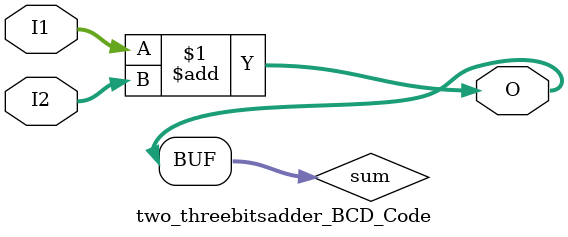
<source format=v>
module two_threebitsadder_BCD_Code (
  input [2:0] I1,   
  input [2:0] I2,   
  output wire [3:0] O
);

wire [3:0] sum; // Declare a wire for the sum

assign sum = I1 + I2; // Perform the addition and store it in the wire

assign O = sum; // Assign the wire value to the output
endmodule


</source>
